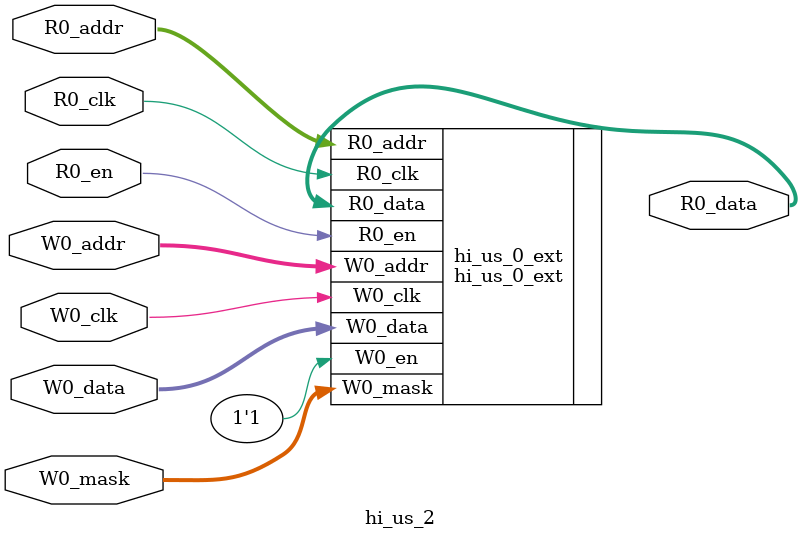
<source format=sv>
`ifndef RANDOMIZE
  `ifdef RANDOMIZE_MEM_INIT
    `define RANDOMIZE
  `endif // RANDOMIZE_MEM_INIT
`endif // not def RANDOMIZE
`ifndef RANDOMIZE
  `ifdef RANDOMIZE_REG_INIT
    `define RANDOMIZE
  `endif // RANDOMIZE_REG_INIT
`endif // not def RANDOMIZE

`ifndef RANDOM
  `define RANDOM $random
`endif // not def RANDOM

// Users can define INIT_RANDOM as general code that gets injected into the
// initializer block for modules with registers.
`ifndef INIT_RANDOM
  `define INIT_RANDOM
`endif // not def INIT_RANDOM

// If using random initialization, you can also define RANDOMIZE_DELAY to
// customize the delay used, otherwise 0.002 is used.
`ifndef RANDOMIZE_DELAY
  `define RANDOMIZE_DELAY 0.002
`endif // not def RANDOMIZE_DELAY

// Define INIT_RANDOM_PROLOG_ for use in our modules below.
`ifndef INIT_RANDOM_PROLOG_
  `ifdef RANDOMIZE
    `ifdef VERILATOR
      `define INIT_RANDOM_PROLOG_ `INIT_RANDOM
    `else  // VERILATOR
      `define INIT_RANDOM_PROLOG_ `INIT_RANDOM #`RANDOMIZE_DELAY begin end
    `endif // VERILATOR
  `else  // RANDOMIZE
    `define INIT_RANDOM_PROLOG_
  `endif // RANDOMIZE
`endif // not def INIT_RANDOM_PROLOG_

// Include register initializers in init blocks unless synthesis is set
`ifndef SYNTHESIS
  `ifndef ENABLE_INITIAL_REG_
    `define ENABLE_INITIAL_REG_
  `endif // not def ENABLE_INITIAL_REG_
`endif // not def SYNTHESIS

// Include rmemory initializers in init blocks unless synthesis is set
`ifndef SYNTHESIS
  `ifndef ENABLE_INITIAL_MEM_
    `define ENABLE_INITIAL_MEM_
  `endif // not def ENABLE_INITIAL_MEM_
`endif // not def SYNTHESIS

// Standard header to adapt well known macros for prints and assertions.

// Users can define 'PRINTF_COND' to add an extra gate to prints.
`ifndef PRINTF_COND_
  `ifdef PRINTF_COND
    `define PRINTF_COND_ (`PRINTF_COND)
  `else  // PRINTF_COND
    `define PRINTF_COND_ 1
  `endif // PRINTF_COND
`endif // not def PRINTF_COND_

// Users can define 'ASSERT_VERBOSE_COND' to add an extra gate to assert error printing.
`ifndef ASSERT_VERBOSE_COND_
  `ifdef ASSERT_VERBOSE_COND
    `define ASSERT_VERBOSE_COND_ (`ASSERT_VERBOSE_COND)
  `else  // ASSERT_VERBOSE_COND
    `define ASSERT_VERBOSE_COND_ 1
  `endif // ASSERT_VERBOSE_COND
`endif // not def ASSERT_VERBOSE_COND_

// Users can define 'STOP_COND' to add an extra gate to stop conditions.
`ifndef STOP_COND_
  `ifdef STOP_COND
    `define STOP_COND_ (`STOP_COND)
  `else  // STOP_COND
    `define STOP_COND_ 1
  `endif // STOP_COND
`endif // not def STOP_COND_

module hi_us_2(	// @[generators/boom/src/main/scala/ifu/bpd/tage.scala:89:27]
  input  [7:0] R0_addr,
  input        R0_en,
               R0_clk,
  output [3:0] R0_data,
  input  [7:0] W0_addr,
  input        W0_clk,
  input  [3:0] W0_data,
               W0_mask
);

  hi_us_0_ext hi_us_0_ext (	// @[generators/boom/src/main/scala/ifu/bpd/tage.scala:89:27]
    .R0_addr (R0_addr),
    .R0_en   (R0_en),
    .R0_clk  (R0_clk),
    .R0_data (R0_data),
    .W0_addr (W0_addr),
    .W0_en   (1'h1),	// @[generators/boom/src/main/scala/ifu/bpd/tage.scala:89:27]
    .W0_clk  (W0_clk),
    .W0_data (W0_data),
    .W0_mask (W0_mask)
  );
endmodule


</source>
